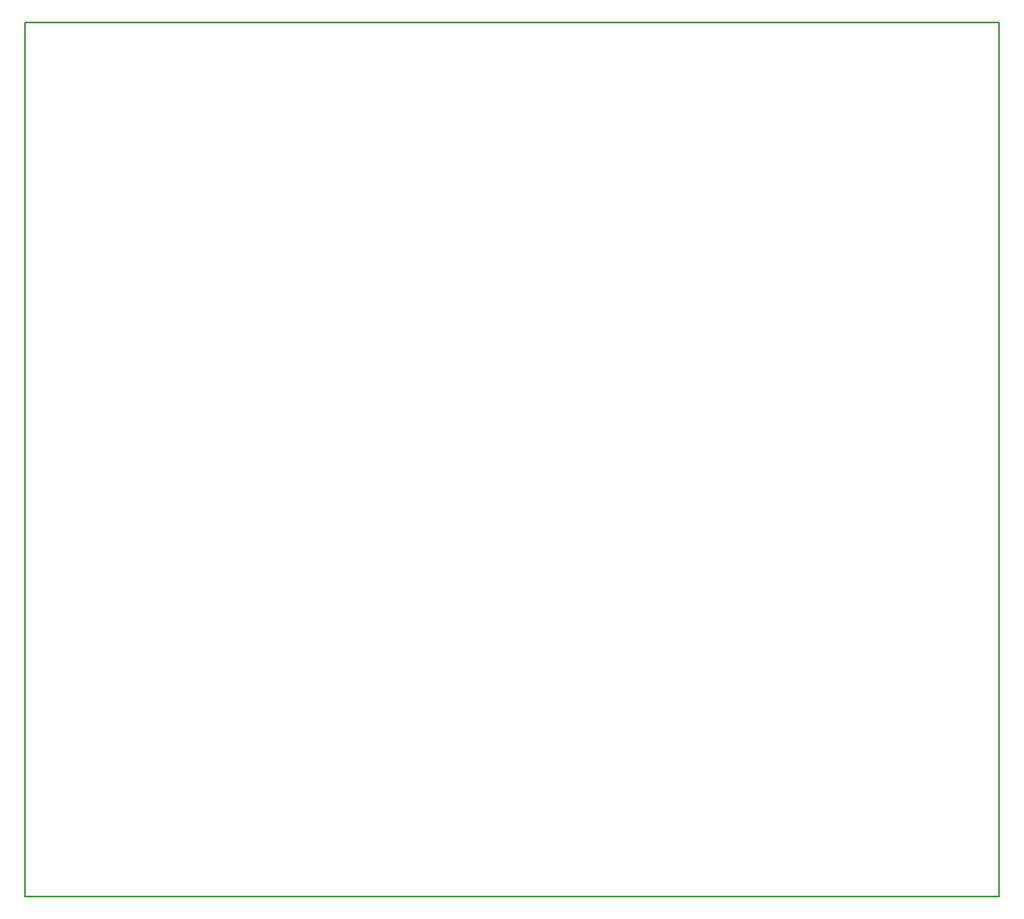
<source format=gbr>
G04 #@! TF.FileFunction,Profile,NP*
%FSLAX46Y46*%
G04 Gerber Fmt 4.6, Leading zero omitted, Abs format (unit mm)*
G04 Created by KiCad (PCBNEW 4.0.5+dfsg1-4) date Sun Apr 16 11:46:51 2017*
%MOMM*%
%LPD*%
G01*
G04 APERTURE LIST*
%ADD10C,0.100000*%
%ADD11C,0.150000*%
G04 APERTURE END LIST*
D10*
D11*
X119380000Y-124460000D02*
X119380000Y-35560000D01*
X218440000Y-124460000D02*
X119380000Y-124460000D01*
X218440000Y-35560000D02*
X218440000Y-124460000D01*
X119380000Y-35560000D02*
X218440000Y-35560000D01*
M02*

</source>
